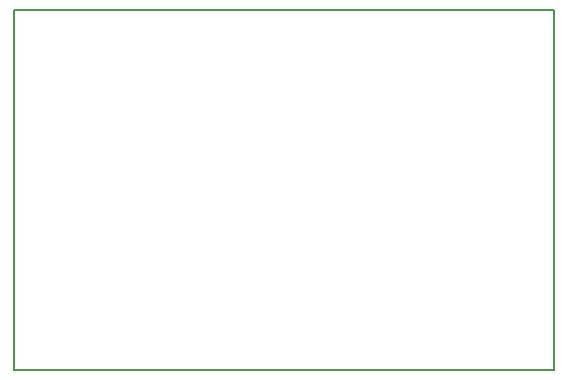
<source format=gm1>
G04 #@! TF.FileFunction,Profile,NP*
%FSLAX46Y46*%
G04 Gerber Fmt 4.6, Leading zero omitted, Abs format (unit mm)*
G04 Created by KiCad (PCBNEW 4.0.4+e1-6308~48~ubuntu15.10.1-stable) date Fri Feb 24 14:21:57 2017*
%MOMM*%
%LPD*%
G01*
G04 APERTURE LIST*
%ADD10C,0.100000*%
%ADD11C,0.150000*%
G04 APERTURE END LIST*
D10*
D11*
X95885000Y-107315000D02*
X95885000Y-76835000D01*
X141605000Y-107315000D02*
X95885000Y-107315000D01*
X141605000Y-76835000D02*
X141605000Y-107315000D01*
X95885000Y-76835000D02*
X141605000Y-76835000D01*
M02*

</source>
